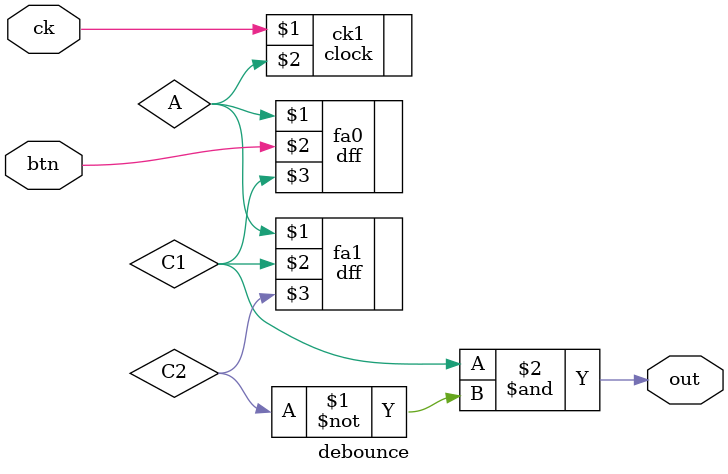
<source format=v>
`timescale 1ns / 1ps

module debounce(input ck, btn, output out );
wire A;
wire C1; wire C2;
clock ck1(ck, A);
dff fa0(A, btn, C1);
dff fa1(A, C1, C2);
assign out = (C1) & (~C2);

endmodule

</source>
